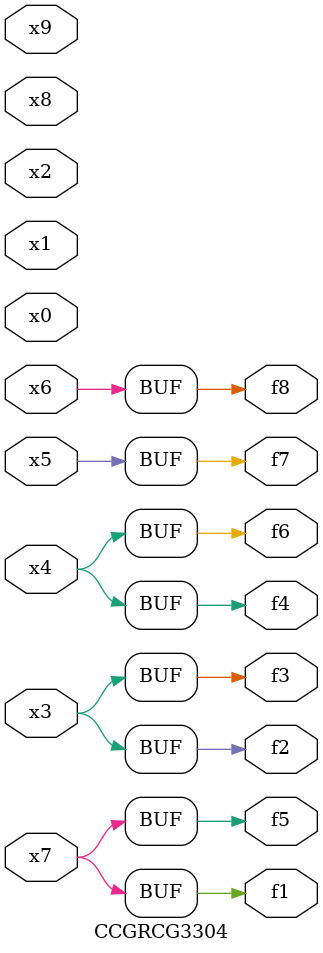
<source format=v>
module CCGRCG3304(
	input x0, x1, x2, x3, x4, x5, x6, x7, x8, x9,
	output f1, f2, f3, f4, f5, f6, f7, f8
);
	assign f1 = x7;
	assign f2 = x3;
	assign f3 = x3;
	assign f4 = x4;
	assign f5 = x7;
	assign f6 = x4;
	assign f7 = x5;
	assign f8 = x6;
endmodule

</source>
